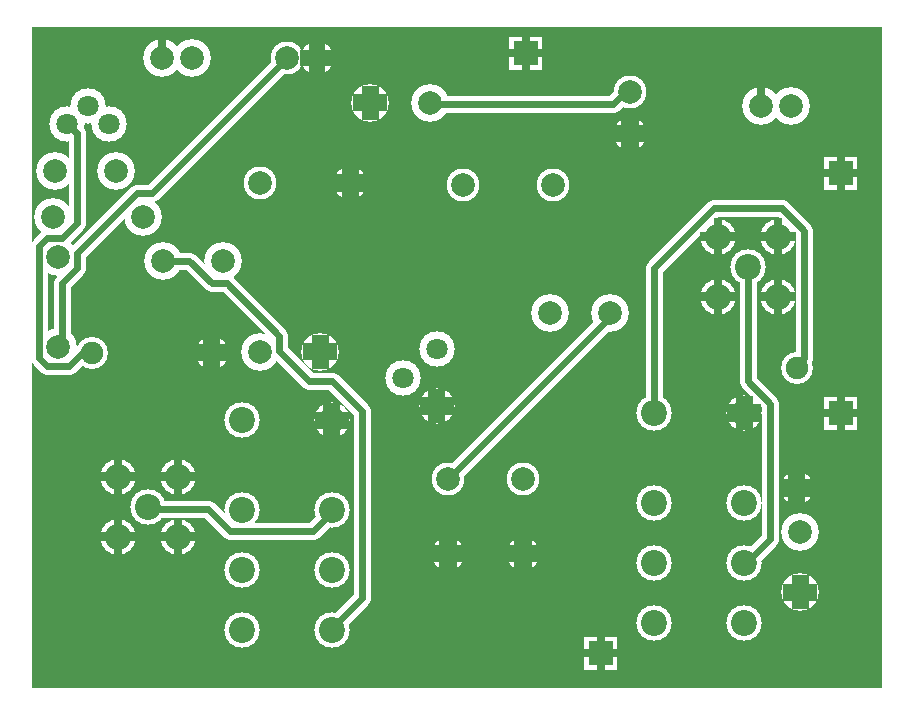
<source format=gbr>
%FSLAX34Y34*%
%MOMM*%
%LNCOPPER_TOP*%
G71*
G01*
%ADD10C,3.200*%
%ADD11C,3.000*%
%ADD12C,3.000*%
%ADD13C,2.800*%
%ADD14C,2.800*%
%ADD15C,3.200*%
%ADD16C,2.700*%
%ADD17C,1.400*%
%ADD18C,0.667*%
%ADD19C,0.813*%
%ADD20C,0.733*%
%ADD21C,1.467*%
%ADD22C,2.230*%
%ADD23C,1.447*%
%ADD24C,1.360*%
%ADD25C,2.000*%
%ADD26C,1.800*%
%ADD27C,2.200*%
%ADD28C,2.000*%
%ADD29C,3.000*%
%ADD30C,1.900*%
%ADD31C,0.600*%
%LPD*%
G36*
X0Y560000D02*
X720000Y560000D01*
X720000Y0D01*
X0Y0D01*
X0Y560000D01*
G37*
%LPC*%
X161900Y361650D02*
G54D10*
D03*
X110920Y361538D02*
G54D10*
D03*
X337596Y495870D02*
G54D10*
D03*
X286616Y495757D02*
G54D10*
D03*
X617675Y492725D02*
G54D10*
D03*
X643175Y492725D02*
G54D10*
D03*
X342900Y286950D02*
G54D11*
D03*
X314300Y263025D02*
G54D11*
D03*
X342935Y239059D02*
G54D11*
D03*
X73000Y179100D02*
G54D12*
D03*
X123800Y179100D02*
G54D12*
D03*
X98400Y153700D02*
G54D12*
D03*
X123800Y128300D02*
G54D12*
D03*
X73000Y128300D02*
G54D12*
D03*
X193650Y427690D02*
G54D13*
D03*
X269850Y427690D02*
G54D13*
D03*
X506456Y469506D02*
G54D13*
D03*
X506456Y504606D02*
G54D13*
D03*
X352400Y177500D02*
G54D13*
D03*
X415900Y177500D02*
G54D13*
D03*
X415900Y114000D02*
G54D13*
D03*
X352400Y114000D02*
G54D13*
D03*
X254000Y226749D02*
G54D14*
D03*
X352400Y114000D02*
G54D14*
D03*
X415900Y114000D02*
G54D14*
D03*
G36*
X404473Y551698D02*
X432473Y551698D01*
X432473Y523698D01*
X404473Y523698D01*
X404473Y551698D01*
G37*
X31750Y26600D02*
G54D15*
D03*
X685800Y540950D02*
G54D15*
D03*
X685800Y20250D02*
G54D15*
D03*
X177800Y226749D02*
G54D12*
D03*
X254000Y226749D02*
G54D12*
D03*
X177800Y150549D02*
G54D12*
D03*
X177800Y99749D02*
G54D12*
D03*
X177800Y48949D02*
G54D12*
D03*
X254000Y150549D02*
G54D12*
D03*
X254000Y99749D02*
G54D12*
D03*
X254000Y48949D02*
G54D12*
D03*
X152400Y283900D02*
G54D16*
D03*
X50800Y283900D02*
G54D16*
D03*
X244310Y284725D02*
G54D10*
D03*
X193330Y284613D02*
G54D10*
D03*
X152400Y283900D02*
G54D13*
D03*
X152400Y283900D02*
G54D14*
D03*
X244310Y284725D02*
G54D14*
D03*
X581000Y382300D02*
G54D12*
D03*
X631800Y382300D02*
G54D12*
D03*
X606400Y356900D02*
G54D12*
D03*
X631800Y331500D02*
G54D12*
D03*
X581000Y331500D02*
G54D12*
D03*
X527050Y233099D02*
G54D12*
D03*
X603250Y233099D02*
G54D12*
D03*
X527050Y156899D02*
G54D12*
D03*
X527050Y106099D02*
G54D12*
D03*
X527050Y55299D02*
G54D12*
D03*
X603250Y156899D02*
G54D12*
D03*
X603250Y106099D02*
G54D12*
D03*
X603250Y55299D02*
G54D12*
D03*
X647700Y169600D02*
G54D16*
D03*
X647700Y271200D02*
G54D16*
D03*
X650658Y81207D02*
G54D10*
D03*
X650546Y132188D02*
G54D10*
D03*
X110309Y533322D02*
G54D10*
D03*
X135809Y533322D02*
G54D10*
D03*
X647700Y169600D02*
G54D14*
D03*
X650658Y81207D02*
G54D14*
D03*
X506456Y469506D02*
G54D14*
D03*
X603250Y233099D02*
G54D14*
D03*
X365100Y426420D02*
G54D13*
D03*
X441300Y426420D02*
G54D13*
D03*
X489997Y318070D02*
G54D10*
D03*
X439016Y317957D02*
G54D10*
D03*
X342935Y239059D02*
G54D14*
D03*
X286616Y495757D02*
G54D14*
D03*
G54D17*
X254000Y150549D02*
X257150Y152100D01*
X238100Y133050D01*
X168250Y133050D01*
X149200Y152100D01*
X98400Y152100D01*
X98400Y153700D01*
G54D17*
X603250Y106099D02*
X606400Y107650D01*
X625450Y126700D01*
X625450Y241000D01*
X606400Y260050D01*
X606400Y355300D01*
X606400Y356900D01*
G54D17*
X506456Y504606D02*
X504800Y507700D01*
X492100Y495000D01*
X339700Y495000D01*
X337596Y495870D01*
X269850Y427690D02*
G54D14*
D03*
G54D17*
X489997Y318070D02*
X492100Y317200D01*
X352400Y177500D01*
G54D17*
X254000Y48949D02*
X254000Y50800D01*
X279400Y76200D01*
X279400Y234950D01*
X254000Y260350D01*
X234950Y260350D01*
X209550Y285750D01*
X209550Y298450D01*
X165100Y342900D01*
X152400Y342900D01*
X133350Y361950D01*
X107950Y361950D01*
X110920Y361538D01*
X65129Y477458D02*
G54D11*
D03*
X47554Y493358D02*
G54D11*
D03*
X29938Y477423D02*
G54D11*
D03*
X20064Y438071D02*
G54D10*
D03*
X71045Y438184D02*
G54D10*
D03*
X17656Y398724D02*
G54D10*
D03*
X93907Y398674D02*
G54D10*
D03*
X22396Y365032D02*
G54D10*
D03*
X22346Y288781D02*
G54D10*
D03*
X215900Y533400D02*
G54D13*
D03*
X241300Y533400D02*
G54D13*
D03*
G54D17*
X647700Y271200D02*
X647700Y273050D01*
X654050Y279400D01*
X654050Y387350D01*
X635000Y406400D01*
X577850Y406400D01*
X527050Y355600D01*
X527050Y234950D01*
X527050Y233099D01*
G36*
X467973Y43698D02*
X495973Y43698D01*
X495973Y15698D01*
X467973Y15698D01*
X467973Y43698D01*
G37*
G36*
X671173Y450098D02*
X699173Y450098D01*
X699173Y422098D01*
X671173Y422098D01*
X671173Y450098D01*
G37*
G36*
X671173Y246898D02*
X699173Y246898D01*
X699173Y218898D01*
X671173Y218898D01*
X671173Y246898D01*
G37*
G54D17*
X215900Y533400D02*
X101600Y419100D01*
X88900Y419100D01*
X38100Y368300D01*
X38100Y355600D01*
X25400Y342900D01*
X25400Y285750D01*
X22346Y288781D01*
G54D17*
X29938Y477423D02*
X31750Y476250D01*
X38100Y469900D01*
X38100Y393700D01*
X25400Y381000D01*
X12700Y381000D01*
X6350Y374650D01*
X6350Y279400D01*
X12700Y273050D01*
X31750Y273050D01*
X44450Y285750D01*
X50800Y285750D01*
X50800Y283900D01*
X19050Y534600D02*
G54D15*
D03*
%LPD*%
G54D18*
G36*
X614342Y492725D02*
X614342Y509225D01*
X621008Y509225D01*
X621008Y492725D01*
X614342Y492725D01*
G37*
G54D19*
G54D20*
G36*
X69333Y179100D02*
X69333Y194600D01*
X76667Y194600D01*
X76667Y179100D01*
X69333Y179100D01*
G37*
G36*
X73000Y182767D02*
X88500Y182767D01*
X88500Y175433D01*
X73000Y175433D01*
X73000Y182767D01*
G37*
G36*
X76667Y179100D02*
X76667Y163600D01*
X69333Y163600D01*
X69333Y179100D01*
X76667Y179100D01*
G37*
G36*
X73000Y175433D02*
X57500Y175433D01*
X57500Y182767D01*
X73000Y182767D01*
X73000Y175433D01*
G37*
G54D20*
G36*
X120133Y179100D02*
X120133Y194600D01*
X127467Y194600D01*
X127467Y179100D01*
X120133Y179100D01*
G37*
G36*
X123800Y182767D02*
X139300Y182767D01*
X139300Y175433D01*
X123800Y175433D01*
X123800Y182767D01*
G37*
G36*
X127467Y179100D02*
X127467Y163600D01*
X120133Y163600D01*
X120133Y179100D01*
X127467Y179100D01*
G37*
G36*
X123800Y175433D02*
X108300Y175433D01*
X108300Y182767D01*
X123800Y182767D01*
X123800Y175433D01*
G37*
G54D20*
G36*
X120133Y128300D02*
X120133Y143800D01*
X127467Y143800D01*
X127467Y128300D01*
X120133Y128300D01*
G37*
G36*
X123800Y131967D02*
X139300Y131967D01*
X139300Y124633D01*
X123800Y124633D01*
X123800Y131967D01*
G37*
G36*
X127467Y128300D02*
X127467Y112800D01*
X120133Y112800D01*
X120133Y128300D01*
X127467Y128300D01*
G37*
G36*
X123800Y124633D02*
X108300Y124633D01*
X108300Y131967D01*
X123800Y131967D01*
X123800Y124633D01*
G37*
G54D20*
G36*
X69333Y128300D02*
X69333Y143800D01*
X76667Y143800D01*
X76667Y128300D01*
X69333Y128300D01*
G37*
G36*
X73000Y131967D02*
X88500Y131967D01*
X88500Y124633D01*
X73000Y124633D01*
X73000Y131967D01*
G37*
G36*
X76667Y128300D02*
X76667Y112800D01*
X69333Y112800D01*
X69333Y128300D01*
X76667Y128300D01*
G37*
G36*
X73000Y124633D02*
X57500Y124633D01*
X57500Y131967D01*
X73000Y131967D01*
X73000Y124633D01*
G37*
G54D21*
G36*
X246666Y226749D02*
X246666Y241249D01*
X261333Y241249D01*
X261333Y226749D01*
X246666Y226749D01*
G37*
G36*
X254000Y234082D02*
X268500Y234082D01*
X268500Y219416D01*
X254000Y219416D01*
X254000Y234082D01*
G37*
G36*
X261333Y226749D02*
X261333Y212249D01*
X246666Y212249D01*
X246666Y226749D01*
X261333Y226749D01*
G37*
G36*
X254000Y219416D02*
X239500Y219416D01*
X239500Y234082D01*
X254000Y234082D01*
X254000Y219416D01*
G37*
G54D21*
G36*
X345067Y114000D02*
X345067Y128500D01*
X359733Y128500D01*
X359733Y114000D01*
X345067Y114000D01*
G37*
G36*
X352400Y121333D02*
X366900Y121333D01*
X366900Y106667D01*
X352400Y106667D01*
X352400Y121333D01*
G37*
G36*
X359733Y114000D02*
X359733Y99500D01*
X345067Y99500D01*
X345067Y114000D01*
X359733Y114000D01*
G37*
G36*
X352400Y106667D02*
X337900Y106667D01*
X337900Y121333D01*
X352400Y121333D01*
X352400Y106667D01*
G37*
G54D21*
G36*
X408567Y114000D02*
X408567Y128500D01*
X423233Y128500D01*
X423233Y114000D01*
X408567Y114000D01*
G37*
G36*
X415900Y121333D02*
X430400Y121333D01*
X430400Y106667D01*
X415900Y106667D01*
X415900Y121333D01*
G37*
G36*
X423233Y114000D02*
X423233Y99500D01*
X408567Y99500D01*
X408567Y114000D01*
X423233Y114000D01*
G37*
G36*
X415900Y106667D02*
X401400Y106667D01*
X401400Y121333D01*
X415900Y121333D01*
X415900Y106667D01*
G37*
G54D18*
G36*
X415140Y537698D02*
X415140Y552198D01*
X421806Y552198D01*
X421806Y537698D01*
X415140Y537698D01*
G37*
G36*
X418473Y541031D02*
X432973Y541031D01*
X432973Y534365D01*
X418473Y534365D01*
X418473Y541031D01*
G37*
G36*
X421806Y537698D02*
X421806Y523198D01*
X415140Y523198D01*
X415140Y537698D01*
X421806Y537698D01*
G37*
G36*
X418473Y534365D02*
X403973Y534365D01*
X403973Y541031D01*
X418473Y541031D01*
X418473Y534365D01*
G37*
G54D22*
G36*
X31750Y37750D02*
X48250Y37750D01*
X48250Y15450D01*
X31750Y15450D01*
X31750Y37750D01*
G37*
G36*
X42900Y26600D02*
X42900Y10100D01*
X20600Y10100D01*
X20600Y26600D01*
X42900Y26600D01*
G37*
G36*
X31750Y15450D02*
X15250Y15450D01*
X15250Y37750D01*
X31750Y37750D01*
X31750Y15450D01*
G37*
G36*
X20600Y26600D02*
X20600Y43100D01*
X42900Y43100D01*
X42900Y26600D01*
X20600Y26600D01*
G37*
G54D22*
G36*
X685800Y552100D02*
X702300Y552100D01*
X702300Y529800D01*
X685800Y529800D01*
X685800Y552100D01*
G37*
G36*
X696950Y540950D02*
X696950Y524450D01*
X674650Y524450D01*
X674650Y540950D01*
X696950Y540950D01*
G37*
G36*
X685800Y529800D02*
X669300Y529800D01*
X669300Y552100D01*
X685800Y552100D01*
X685800Y529800D01*
G37*
G36*
X674650Y540950D02*
X674650Y557450D01*
X696950Y557450D01*
X696950Y540950D01*
X674650Y540950D01*
G37*
G54D22*
G36*
X685800Y31400D02*
X702300Y31400D01*
X702300Y9100D01*
X685800Y9100D01*
X685800Y31400D01*
G37*
G36*
X696950Y20250D02*
X696950Y3750D01*
X674650Y3750D01*
X674650Y20250D01*
X696950Y20250D01*
G37*
G36*
X685800Y9100D02*
X669300Y9100D01*
X669300Y31400D01*
X685800Y31400D01*
X685800Y9100D01*
G37*
G36*
X674650Y20250D02*
X674650Y36750D01*
X696950Y36750D01*
X696950Y20250D01*
X674650Y20250D01*
G37*
G54D23*
G36*
X145167Y283900D02*
X145167Y298400D01*
X159633Y298400D01*
X159633Y283900D01*
X145167Y283900D01*
G37*
G36*
X152400Y291133D02*
X166900Y291133D01*
X166900Y276667D01*
X152400Y276667D01*
X152400Y291133D01*
G37*
G36*
X159633Y283900D02*
X159633Y269400D01*
X145167Y269400D01*
X145167Y283900D01*
X159633Y283900D01*
G37*
G36*
X152400Y276667D02*
X137900Y276667D01*
X137900Y291133D01*
X152400Y291133D01*
X152400Y276667D01*
G37*
G54D23*
G36*
X237077Y284725D02*
X237077Y299225D01*
X251543Y299225D01*
X251543Y284725D01*
X237077Y284725D01*
G37*
G36*
X244310Y291959D02*
X258810Y291959D01*
X258810Y277492D01*
X244310Y277492D01*
X244310Y291959D01*
G37*
G36*
X251543Y284725D02*
X251543Y270225D01*
X237077Y270225D01*
X237077Y284725D01*
X251543Y284725D01*
G37*
G36*
X244310Y277492D02*
X229810Y277492D01*
X229810Y291959D01*
X244310Y291959D01*
X244310Y277492D01*
G37*
G54D20*
G36*
X577333Y382300D02*
X577333Y397800D01*
X584667Y397800D01*
X584667Y382300D01*
X577333Y382300D01*
G37*
G36*
X581000Y385967D02*
X596500Y385967D01*
X596500Y378633D01*
X581000Y378633D01*
X581000Y385967D01*
G37*
G36*
X584667Y382300D02*
X584667Y366800D01*
X577333Y366800D01*
X577333Y382300D01*
X584667Y382300D01*
G37*
G36*
X581000Y378633D02*
X565500Y378633D01*
X565500Y385967D01*
X581000Y385967D01*
X581000Y378633D01*
G37*
G54D20*
G36*
X628133Y382300D02*
X628133Y397800D01*
X635467Y397800D01*
X635467Y382300D01*
X628133Y382300D01*
G37*
G36*
X631800Y385967D02*
X647300Y385967D01*
X647300Y378633D01*
X631800Y378633D01*
X631800Y385967D01*
G37*
G36*
X635467Y382300D02*
X635467Y366800D01*
X628133Y366800D01*
X628133Y382300D01*
X635467Y382300D01*
G37*
G36*
X631800Y378633D02*
X616300Y378633D01*
X616300Y385967D01*
X631800Y385967D01*
X631800Y378633D01*
G37*
G54D20*
G36*
X628133Y331500D02*
X628133Y347000D01*
X635467Y347000D01*
X635467Y331500D01*
X628133Y331500D01*
G37*
G36*
X631800Y335167D02*
X647300Y335167D01*
X647300Y327833D01*
X631800Y327833D01*
X631800Y335167D01*
G37*
G36*
X635467Y331500D02*
X635467Y316000D01*
X628133Y316000D01*
X628133Y331500D01*
X635467Y331500D01*
G37*
G36*
X631800Y327833D02*
X616300Y327833D01*
X616300Y335167D01*
X631800Y335167D01*
X631800Y327833D01*
G37*
G54D20*
G36*
X577333Y331500D02*
X577333Y347000D01*
X584667Y347000D01*
X584667Y331500D01*
X577333Y331500D01*
G37*
G36*
X581000Y335167D02*
X596500Y335167D01*
X596500Y327833D01*
X581000Y327833D01*
X581000Y335167D01*
G37*
G36*
X584667Y331500D02*
X584667Y316000D01*
X577333Y316000D01*
X577333Y331500D01*
X584667Y331500D01*
G37*
G36*
X581000Y327833D02*
X565500Y327833D01*
X565500Y335167D01*
X581000Y335167D01*
X581000Y327833D01*
G37*
G54D18*
G36*
X106976Y533322D02*
X106976Y549822D01*
X113642Y549822D01*
X113642Y533322D01*
X106976Y533322D01*
G37*
G54D19*
G54D21*
G36*
X640367Y169600D02*
X640367Y184100D01*
X655033Y184100D01*
X655033Y169600D01*
X640367Y169600D01*
G37*
G36*
X647700Y176933D02*
X662200Y176933D01*
X662200Y162267D01*
X647700Y162267D01*
X647700Y176933D01*
G37*
G36*
X655033Y169600D02*
X655033Y155100D01*
X640367Y155100D01*
X640367Y169600D01*
X655033Y169600D01*
G37*
G36*
X647700Y162267D02*
X633200Y162267D01*
X633200Y176933D01*
X647700Y176933D01*
X647700Y162267D01*
G37*
G54D21*
G36*
X643325Y81207D02*
X643325Y95707D01*
X657992Y95707D01*
X657992Y81207D01*
X643325Y81207D01*
G37*
G36*
X650658Y88540D02*
X665158Y88540D01*
X665158Y73874D01*
X650658Y73874D01*
X650658Y88540D01*
G37*
G36*
X657992Y81207D02*
X657992Y66707D01*
X643325Y66707D01*
X643325Y81207D01*
X657992Y81207D01*
G37*
G36*
X650658Y73874D02*
X636158Y73874D01*
X636158Y88540D01*
X650658Y88540D01*
X650658Y73874D01*
G37*
G54D21*
G36*
X499123Y469506D02*
X499123Y484006D01*
X513789Y484006D01*
X513789Y469506D01*
X499123Y469506D01*
G37*
G36*
X506456Y476839D02*
X520956Y476839D01*
X520956Y462173D01*
X506456Y462173D01*
X506456Y476839D01*
G37*
G36*
X513789Y469506D02*
X513789Y455006D01*
X499123Y455006D01*
X499123Y469506D01*
X513789Y469506D01*
G37*
G36*
X506456Y462173D02*
X491956Y462173D01*
X491956Y476839D01*
X506456Y476839D01*
X506456Y462173D01*
G37*
G54D21*
G36*
X595916Y233099D02*
X595916Y247599D01*
X610583Y247599D01*
X610583Y233099D01*
X595916Y233099D01*
G37*
G36*
X603250Y240432D02*
X617750Y240432D01*
X617750Y225766D01*
X603250Y225766D01*
X603250Y240432D01*
G37*
G36*
X610583Y233099D02*
X610583Y218599D01*
X595916Y218599D01*
X595916Y233099D01*
X610583Y233099D01*
G37*
G36*
X603250Y225766D02*
X588750Y225766D01*
X588750Y240432D01*
X603250Y240432D01*
X603250Y225766D01*
G37*
G54D21*
G36*
X335601Y239059D02*
X335601Y253559D01*
X350268Y253559D01*
X350268Y239059D01*
X335601Y239059D01*
G37*
G36*
X342935Y246392D02*
X357435Y246392D01*
X357435Y231726D01*
X342935Y231726D01*
X342935Y246392D01*
G37*
G36*
X350268Y239059D02*
X350268Y224559D01*
X335601Y224559D01*
X335601Y239059D01*
X350268Y239059D01*
G37*
G36*
X342935Y231726D02*
X328435Y231726D01*
X328435Y246392D01*
X342935Y246392D01*
X342935Y231726D01*
G37*
G54D21*
G36*
X279283Y495757D02*
X279283Y510257D01*
X293949Y510257D01*
X293949Y495757D01*
X279283Y495757D01*
G37*
G36*
X286616Y503090D02*
X301116Y503090D01*
X301116Y488424D01*
X286616Y488424D01*
X286616Y503090D01*
G37*
G36*
X293949Y495757D02*
X293949Y481257D01*
X279283Y481257D01*
X279283Y495757D01*
X293949Y495757D01*
G37*
G36*
X286616Y488424D02*
X272116Y488424D01*
X272116Y503090D01*
X286616Y503090D01*
X286616Y488424D01*
G37*
G54D21*
G36*
X262517Y427690D02*
X262517Y442190D01*
X277183Y442190D01*
X277183Y427690D01*
X262517Y427690D01*
G37*
G36*
X269850Y435023D02*
X284350Y435023D01*
X284350Y420357D01*
X269850Y420357D01*
X269850Y435023D01*
G37*
G36*
X277183Y427690D02*
X277183Y413190D01*
X262517Y413190D01*
X262517Y427690D01*
X277183Y427690D01*
G37*
G36*
X269850Y420357D02*
X255350Y420357D01*
X255350Y435023D01*
X269850Y435023D01*
X269850Y420357D01*
G37*
G54D24*
G36*
X234500Y533400D02*
X234500Y547900D01*
X248100Y547900D01*
X248100Y533400D01*
X234500Y533400D01*
G37*
G36*
X241300Y540200D02*
X255800Y540200D01*
X255800Y526600D01*
X241300Y526600D01*
X241300Y540200D01*
G37*
G36*
X248100Y533400D02*
X248100Y518900D01*
X234500Y518900D01*
X234500Y533400D01*
X248100Y533400D01*
G37*
G36*
X241300Y526600D02*
X226800Y526600D01*
X226800Y540200D01*
X241300Y540200D01*
X241300Y526600D01*
G37*
G54D18*
G36*
X478640Y29698D02*
X478640Y44198D01*
X485306Y44198D01*
X485306Y29698D01*
X478640Y29698D01*
G37*
G36*
X481973Y33031D02*
X496473Y33031D01*
X496473Y26365D01*
X481973Y26365D01*
X481973Y33031D01*
G37*
G36*
X485306Y29698D02*
X485306Y15198D01*
X478640Y15198D01*
X478640Y29698D01*
X485306Y29698D01*
G37*
G36*
X481973Y26365D02*
X467473Y26365D01*
X467473Y33031D01*
X481973Y33031D01*
X481973Y26365D01*
G37*
G54D18*
G36*
X681840Y436098D02*
X681840Y450598D01*
X688506Y450598D01*
X688506Y436098D01*
X681840Y436098D01*
G37*
G36*
X685173Y439431D02*
X699673Y439431D01*
X699673Y432765D01*
X685173Y432765D01*
X685173Y439431D01*
G37*
G36*
X688506Y436098D02*
X688506Y421598D01*
X681840Y421598D01*
X681840Y436098D01*
X688506Y436098D01*
G37*
G36*
X685173Y432765D02*
X670673Y432765D01*
X670673Y439431D01*
X685173Y439431D01*
X685173Y432765D01*
G37*
G54D18*
G36*
X681840Y232898D02*
X681840Y247398D01*
X688506Y247398D01*
X688506Y232898D01*
X681840Y232898D01*
G37*
G36*
X685173Y236231D02*
X699673Y236231D01*
X699673Y229565D01*
X685173Y229565D01*
X685173Y236231D01*
G37*
G36*
X688506Y232898D02*
X688506Y218398D01*
X681840Y218398D01*
X681840Y232898D01*
X688506Y232898D01*
G37*
G36*
X685173Y229565D02*
X670673Y229565D01*
X670673Y236231D01*
X685173Y236231D01*
X685173Y229565D01*
G37*
G54D22*
G36*
X19050Y545750D02*
X35550Y545750D01*
X35550Y523450D01*
X19050Y523450D01*
X19050Y545750D01*
G37*
G36*
X30200Y534600D02*
X30200Y518100D01*
X7900Y518100D01*
X7900Y534600D01*
X30200Y534600D01*
G37*
G36*
X19050Y523450D02*
X2550Y523450D01*
X2550Y545750D01*
X19050Y545750D01*
X19050Y523450D01*
G37*
G36*
X7900Y534600D02*
X7900Y551100D01*
X30200Y551100D01*
X30200Y534600D01*
X7900Y534600D01*
G37*
X161900Y361650D02*
G54D25*
D03*
X110920Y361538D02*
G54D25*
D03*
X337596Y495870D02*
G54D25*
D03*
X286616Y495757D02*
G54D25*
D03*
X617675Y492725D02*
G54D25*
D03*
X643175Y492725D02*
G54D25*
D03*
X342900Y286950D02*
G54D26*
D03*
X314300Y263025D02*
G54D26*
D03*
X342935Y239059D02*
G54D26*
D03*
X73000Y179100D02*
G54D27*
D03*
X123800Y179100D02*
G54D27*
D03*
X98400Y153700D02*
G54D27*
D03*
X123800Y128300D02*
G54D27*
D03*
X73000Y128300D02*
G54D27*
D03*
X193650Y427690D02*
G54D25*
D03*
X269850Y427690D02*
G54D25*
D03*
X506456Y469506D02*
G54D25*
D03*
X506456Y504606D02*
G54D25*
D03*
X352400Y177500D02*
G54D25*
D03*
X415900Y177500D02*
G54D25*
D03*
X415900Y114000D02*
G54D25*
D03*
X352400Y114000D02*
G54D25*
D03*
X254000Y226749D02*
G54D28*
D03*
X352400Y114000D02*
G54D28*
D03*
X415900Y114000D02*
G54D28*
D03*
G36*
X408473Y547698D02*
X428473Y547698D01*
X428473Y527698D01*
X408473Y527698D01*
X408473Y547698D01*
G37*
X31750Y26600D02*
G54D29*
D03*
X685800Y540950D02*
G54D29*
D03*
X685800Y20250D02*
G54D29*
D03*
X177800Y226749D02*
G54D27*
D03*
X254000Y226749D02*
G54D27*
D03*
X177800Y150549D02*
G54D27*
D03*
X177800Y99749D02*
G54D27*
D03*
X177800Y48949D02*
G54D27*
D03*
X254000Y150549D02*
G54D27*
D03*
X254000Y99749D02*
G54D27*
D03*
X254000Y48949D02*
G54D27*
D03*
X152400Y283900D02*
G54D30*
D03*
X50800Y283900D02*
G54D30*
D03*
X244310Y284725D02*
G54D25*
D03*
X193330Y284613D02*
G54D25*
D03*
X152400Y283900D02*
G54D25*
D03*
X152400Y283900D02*
G54D28*
D03*
X244310Y284725D02*
G54D28*
D03*
X581000Y382300D02*
G54D27*
D03*
X631800Y382300D02*
G54D27*
D03*
X606400Y356900D02*
G54D27*
D03*
X631800Y331500D02*
G54D27*
D03*
X581000Y331500D02*
G54D27*
D03*
X527050Y233099D02*
G54D27*
D03*
X603250Y233099D02*
G54D27*
D03*
X527050Y156899D02*
G54D27*
D03*
X527050Y106099D02*
G54D27*
D03*
X527050Y55299D02*
G54D27*
D03*
X603250Y156899D02*
G54D27*
D03*
X603250Y106099D02*
G54D27*
D03*
X603250Y55299D02*
G54D27*
D03*
X647700Y169600D02*
G54D30*
D03*
X647700Y271200D02*
G54D30*
D03*
X650658Y81207D02*
G54D25*
D03*
X650546Y132188D02*
G54D25*
D03*
X110309Y533322D02*
G54D25*
D03*
X135809Y533322D02*
G54D25*
D03*
X647700Y169600D02*
G54D28*
D03*
X650658Y81207D02*
G54D28*
D03*
X506456Y469506D02*
G54D28*
D03*
X603250Y233099D02*
G54D28*
D03*
X365100Y426420D02*
G54D25*
D03*
X441300Y426420D02*
G54D25*
D03*
X489997Y318070D02*
G54D25*
D03*
X439016Y317957D02*
G54D25*
D03*
X342935Y239059D02*
G54D28*
D03*
X286616Y495757D02*
G54D28*
D03*
G54D31*
X254000Y150549D02*
X257150Y152100D01*
X238100Y133050D01*
X168250Y133050D01*
X149200Y152100D01*
X98400Y152100D01*
X98400Y153700D01*
G54D31*
X603250Y106099D02*
X606400Y107650D01*
X625450Y126700D01*
X625450Y241000D01*
X606400Y260050D01*
X606400Y355300D01*
X606400Y356900D01*
G54D31*
X506456Y504606D02*
X504800Y507700D01*
X492100Y495000D01*
X339700Y495000D01*
X337596Y495870D01*
X269850Y427690D02*
G54D28*
D03*
G54D31*
X489997Y318070D02*
X492100Y317200D01*
X352400Y177500D01*
G54D31*
X254000Y48949D02*
X254000Y50800D01*
X279400Y76200D01*
X279400Y234950D01*
X254000Y260350D01*
X234950Y260350D01*
X209550Y285750D01*
X209550Y298450D01*
X165100Y342900D01*
X152400Y342900D01*
X133350Y361950D01*
X107950Y361950D01*
X110920Y361538D01*
X65129Y477458D02*
G54D26*
D03*
X47554Y493358D02*
G54D26*
D03*
X29938Y477423D02*
G54D26*
D03*
X20064Y438071D02*
G54D25*
D03*
X71045Y438184D02*
G54D25*
D03*
X17656Y398724D02*
G54D25*
D03*
X93907Y398674D02*
G54D25*
D03*
X22396Y365032D02*
G54D25*
D03*
X22346Y288781D02*
G54D25*
D03*
X215900Y533400D02*
G54D25*
D03*
X241300Y533400D02*
G54D25*
D03*
G54D31*
X647700Y271200D02*
X647700Y273050D01*
X654050Y279400D01*
X654050Y387350D01*
X635000Y406400D01*
X577850Y406400D01*
X527050Y355600D01*
X527050Y234950D01*
X527050Y233099D01*
G36*
X471973Y39698D02*
X491973Y39698D01*
X491973Y19698D01*
X471973Y19698D01*
X471973Y39698D01*
G37*
G36*
X675173Y446098D02*
X695173Y446098D01*
X695173Y426098D01*
X675173Y426098D01*
X675173Y446098D01*
G37*
G36*
X675173Y242898D02*
X695173Y242898D01*
X695173Y222898D01*
X675173Y222898D01*
X675173Y242898D01*
G37*
G54D31*
X215900Y533400D02*
X101600Y419100D01*
X88900Y419100D01*
X38100Y368300D01*
X38100Y355600D01*
X25400Y342900D01*
X25400Y285750D01*
X22346Y288781D01*
G54D31*
X29938Y477423D02*
X31750Y476250D01*
X38100Y469900D01*
X38100Y393700D01*
X25400Y381000D01*
X12700Y381000D01*
X6350Y374650D01*
X6350Y279400D01*
X12700Y273050D01*
X31750Y273050D01*
X44450Y285750D01*
X50800Y285750D01*
X50800Y283900D01*
X19050Y534600D02*
G54D29*
D03*
M02*

</source>
